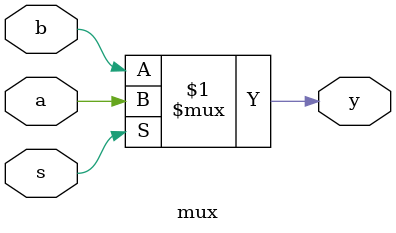
<source format=v>

module mux(a, b, s, y);
input a, b, s;
output y;

assign y = s ? a : b;

endmodule

</source>
